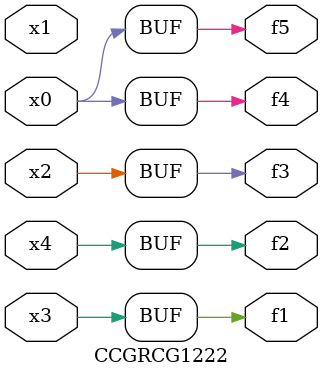
<source format=v>
module CCGRCG1222(
	input x0, x1, x2, x3, x4,
	output f1, f2, f3, f4, f5
);
	assign f1 = x3;
	assign f2 = x4;
	assign f3 = x2;
	assign f4 = x0;
	assign f5 = x0;
endmodule

</source>
